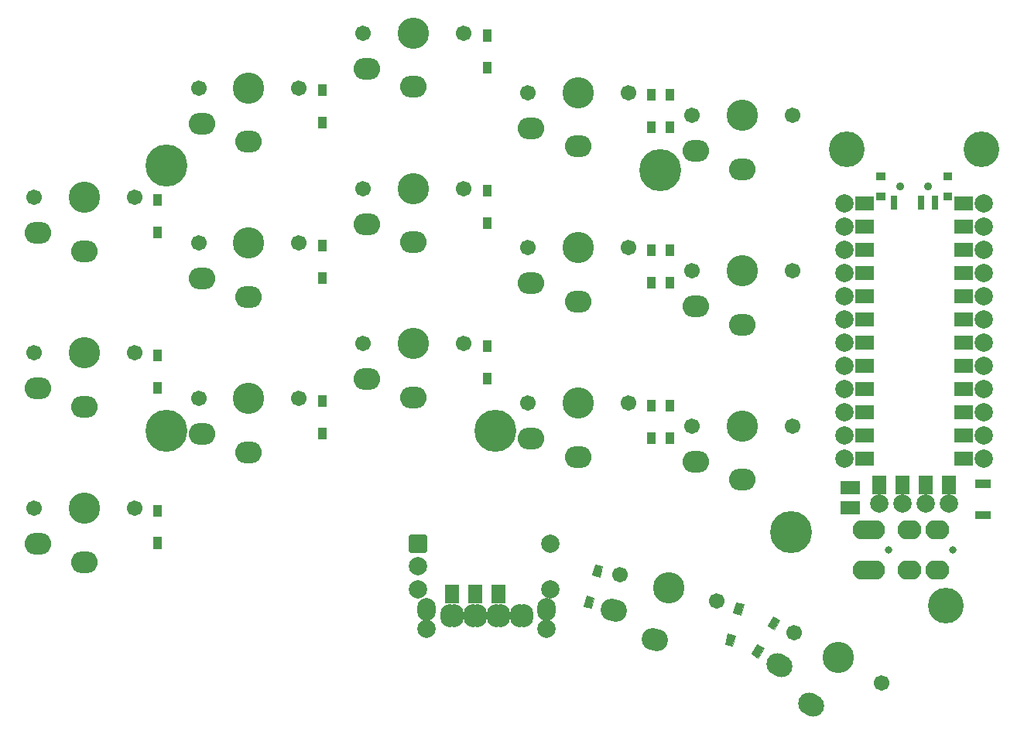
<source format=gbs>
G04 #@! TF.GenerationSoftware,KiCad,Pcbnew,7.0.2-0*
G04 #@! TF.CreationDate,2023-06-12T23:21:01+02:00*
G04 #@! TF.ProjectId,arkenswoop,61726b65-6e73-4776-9f6f-702e6b696361,0.5.0*
G04 #@! TF.SameCoordinates,Original*
G04 #@! TF.FileFunction,Soldermask,Bot*
G04 #@! TF.FilePolarity,Negative*
%FSLAX46Y46*%
G04 Gerber Fmt 4.6, Leading zero omitted, Abs format (unit mm)*
G04 Created by KiCad (PCBNEW 7.0.2-0) date 2023-06-12 23:21:01*
%MOMM*%
%LPD*%
G01*
G04 APERTURE LIST*
G04 Aperture macros list*
%AMRoundRect*
0 Rectangle with rounded corners*
0 $1 Rounding radius*
0 $2 $3 $4 $5 $6 $7 $8 $9 X,Y pos of 4 corners*
0 Add a 4 corners polygon primitive as box body*
4,1,4,$2,$3,$4,$5,$6,$7,$8,$9,$2,$3,0*
0 Add four circle primitives for the rounded corners*
1,1,$1+$1,$2,$3*
1,1,$1+$1,$4,$5*
1,1,$1+$1,$6,$7*
1,1,$1+$1,$8,$9*
0 Add four rect primitives between the rounded corners*
20,1,$1+$1,$2,$3,$4,$5,0*
20,1,$1+$1,$4,$5,$6,$7,0*
20,1,$1+$1,$6,$7,$8,$9,0*
20,1,$1+$1,$8,$9,$2,$3,0*%
%AMHorizOval*
0 Thick line with rounded ends*
0 $1 width*
0 $2 $3 position (X,Y) of the first rounded end (center of the circle)*
0 $4 $5 position (X,Y) of the second rounded end (center of the circle)*
0 Add line between two ends*
20,1,$1,$2,$3,$4,$5,0*
0 Add two circle primitives to create the rounded ends*
1,1,$1,$2,$3*
1,1,$1,$4,$5*%
%AMFreePoly0*
4,1,22,0.686777,0.580194,0.756366,0.524698,0.794986,0.444504,0.800000,0.400000,0.800000,0.200000,0.780194,0.113223,0.741421,0.058579,0.141421,-0.541421,0.066056,-0.588777,-0.022393,-0.598742,-0.106406,-0.569345,-0.141421,-0.541421,-0.741421,0.058579,-0.788777,0.133944,-0.800000,0.200000,-0.800000,0.400000,-0.780194,0.486777,-0.724698,0.556366,-0.644504,0.594986,-0.600000,0.600000,
0.600000,0.600000,0.686777,0.580194,0.686777,0.580194,$1*%
%AMFreePoly1*
4,1,26,0.706406,1.169345,0.769345,1.106406,0.798742,1.022393,0.800000,1.000000,0.800000,-0.250000,0.780194,-0.336777,0.724698,-0.406366,0.644504,-0.444986,0.600000,-0.450000,-0.600000,-0.450000,-0.686777,-0.430194,-0.756366,-0.374698,-0.794986,-0.294504,-0.800000,-0.250000,-0.800000,1.000000,-0.780194,1.086777,-0.724698,1.156366,-0.644504,1.194986,-0.555496,1.194986,-0.475302,1.156366,
-0.458579,1.141421,0.000000,0.682842,0.458579,1.141421,0.533944,1.188777,0.622393,1.198742,0.706406,1.169345,0.706406,1.169345,$1*%
G04 Aperture macros list end*
%ADD10C,0.100000*%
%ADD11C,4.600000*%
%ADD12C,1.701800*%
%ADD13C,3.429000*%
%ADD14O,2.900000X2.400000*%
%ADD15O,2.000000X2.500000*%
%ADD16FreePoly0,180.000000*%
%ADD17FreePoly1,180.000000*%
%ADD18C,2.000000*%
%ADD19HorizOval,2.400000X0.216506X-0.125000X-0.216506X0.125000X0*%
%ADD20C,0.900000*%
%ADD21RoundRect,0.200000X-0.800000X-0.800000X0.800000X-0.800000X0.800000X0.800000X-0.800000X0.800000X0*%
%ADD22C,3.900000*%
%ADD23FreePoly0,90.000000*%
%ADD24FreePoly0,270.000000*%
%ADD25FreePoly1,90.000000*%
%ADD26FreePoly1,270.000000*%
%ADD27C,0.800000*%
%ADD28O,2.600000X2.100000*%
%ADD29HorizOval,2.400000X0.241481X-0.064705X-0.241481X0.064705X0*%
G04 APERTURE END LIST*
D10*
X115654545Y-70064476D02*
X114804545Y-70064476D01*
X114804545Y-68864476D01*
X115654545Y-68864476D01*
X115654545Y-70064476D01*
G36*
X115654545Y-70064476D02*
G01*
X114804545Y-70064476D01*
X114804545Y-68864476D01*
X115654545Y-68864476D01*
X115654545Y-70064476D01*
G37*
X115654545Y-73614476D02*
X114804545Y-73614476D01*
X114804545Y-72414476D01*
X115654545Y-72414476D01*
X115654545Y-73614476D01*
G36*
X115654545Y-73614476D02*
G01*
X114804545Y-73614476D01*
X114804545Y-72414476D01*
X115654545Y-72414476D01*
X115654545Y-73614476D01*
G37*
X111933509Y-131354624D02*
X110917509Y-131354624D01*
X110917509Y-130338624D01*
X111933509Y-130338624D01*
X111933509Y-131354624D01*
G36*
X111933509Y-131354624D02*
G01*
X110917509Y-131354624D01*
X110917509Y-130338624D01*
X111933509Y-130338624D01*
X111933509Y-131354624D01*
G37*
X114473509Y-131354624D02*
X113457509Y-131354624D01*
X113457509Y-130338624D01*
X114473509Y-130338624D01*
X114473509Y-131354624D01*
G36*
X114473509Y-131354624D02*
G01*
X113457509Y-131354624D01*
X113457509Y-130338624D01*
X114473509Y-130338624D01*
X114473509Y-131354624D01*
G37*
X117013509Y-131354624D02*
X115997509Y-131354624D01*
X115997509Y-130338624D01*
X117013509Y-130338624D01*
X117013509Y-131354624D01*
G36*
X117013509Y-131354624D02*
G01*
X115997509Y-131354624D01*
X115997509Y-130338624D01*
X117013509Y-130338624D01*
X117013509Y-131354624D01*
G37*
X79654545Y-105064969D02*
X78804545Y-105064969D01*
X78804545Y-103864969D01*
X79654545Y-103864969D01*
X79654545Y-105064969D01*
G36*
X79654545Y-105064969D02*
G01*
X78804545Y-105064969D01*
X78804545Y-103864969D01*
X79654545Y-103864969D01*
X79654545Y-105064969D01*
G37*
X79654545Y-108614969D02*
X78804545Y-108614969D01*
X78804545Y-107414969D01*
X79654545Y-107414969D01*
X79654545Y-108614969D01*
G36*
X79654545Y-108614969D02*
G01*
X78804545Y-108614969D01*
X78804545Y-107414969D01*
X79654545Y-107414969D01*
X79654545Y-108614969D01*
G37*
X170284349Y-122342734D02*
X168684349Y-122342734D01*
X168684349Y-121542734D01*
X170284349Y-121542734D01*
X170284349Y-122342734D01*
G36*
X170284349Y-122342734D02*
G01*
X168684349Y-122342734D01*
X168684349Y-121542734D01*
X170284349Y-121542734D01*
X170284349Y-122342734D01*
G37*
X170284349Y-118942734D02*
X168684349Y-118942734D01*
X168684349Y-118142734D01*
X170284349Y-118142734D01*
X170284349Y-118942734D01*
G36*
X170284349Y-118942734D02*
G01*
X168684349Y-118942734D01*
X168684349Y-118142734D01*
X170284349Y-118142734D01*
X170284349Y-118942734D01*
G37*
X79654544Y-88064965D02*
X78804544Y-88064965D01*
X78804544Y-86864965D01*
X79654544Y-86864965D01*
X79654544Y-88064965D01*
G36*
X79654544Y-88064965D02*
G01*
X78804544Y-88064965D01*
X78804544Y-86864965D01*
X79654544Y-86864965D01*
X79654544Y-88064965D01*
G37*
X79654544Y-91614965D02*
X78804544Y-91614965D01*
X78804544Y-90414965D01*
X79654544Y-90414965D01*
X79654544Y-91614965D01*
G36*
X79654544Y-91614965D02*
G01*
X78804544Y-91614965D01*
X78804544Y-90414965D01*
X79654544Y-90414965D01*
X79654544Y-91614965D01*
G37*
X166094573Y-87440134D02*
X165194573Y-87440134D01*
X165194573Y-86740134D01*
X166094573Y-86740134D01*
X166094573Y-87440134D01*
G36*
X166094573Y-87440134D02*
G01*
X165194573Y-87440134D01*
X165194573Y-86740134D01*
X166094573Y-86740134D01*
X166094573Y-87440134D01*
G37*
X166094573Y-85240134D02*
X165194573Y-85240134D01*
X165194573Y-84540134D01*
X166094573Y-84540134D01*
X166094573Y-85240134D01*
G36*
X166094573Y-85240134D02*
G01*
X165194573Y-85240134D01*
X165194573Y-84540134D01*
X166094573Y-84540134D01*
X166094573Y-85240134D01*
G37*
X164544573Y-88440134D02*
X163944573Y-88440134D01*
X163944573Y-87040134D01*
X164544573Y-87040134D01*
X164544573Y-88440134D01*
G36*
X164544573Y-88440134D02*
G01*
X163944573Y-88440134D01*
X163944573Y-87040134D01*
X164544573Y-87040134D01*
X164544573Y-88440134D01*
G37*
X163044573Y-88440134D02*
X162444573Y-88440134D01*
X162444573Y-87040134D01*
X163044573Y-87040134D01*
X163044573Y-88440134D01*
G36*
X163044573Y-88440134D02*
G01*
X162444573Y-88440134D01*
X162444573Y-87040134D01*
X163044573Y-87040134D01*
X163044573Y-88440134D01*
G37*
X160044573Y-88440134D02*
X159444573Y-88440134D01*
X159444573Y-87040134D01*
X160044573Y-87040134D01*
X160044573Y-88440134D01*
G36*
X160044573Y-88440134D02*
G01*
X159444573Y-88440134D01*
X159444573Y-87040134D01*
X160044573Y-87040134D01*
X160044573Y-88440134D01*
G37*
X158794573Y-87440134D02*
X157894573Y-87440134D01*
X157894573Y-86740134D01*
X158794573Y-86740134D01*
X158794573Y-87440134D01*
G36*
X158794573Y-87440134D02*
G01*
X157894573Y-87440134D01*
X157894573Y-86740134D01*
X158794573Y-86740134D01*
X158794573Y-87440134D01*
G37*
X158794573Y-85240134D02*
X157894573Y-85240134D01*
X157894573Y-84540134D01*
X158794573Y-84540134D01*
X158794573Y-85240134D01*
G36*
X158794573Y-85240134D02*
G01*
X157894573Y-85240134D01*
X157894573Y-84540134D01*
X158794573Y-84540134D01*
X158794573Y-85240134D01*
G37*
X135654544Y-110564474D02*
X134804544Y-110564474D01*
X134804544Y-109364474D01*
X135654544Y-109364474D01*
X135654544Y-110564474D01*
G36*
X135654544Y-110564474D02*
G01*
X134804544Y-110564474D01*
X134804544Y-109364474D01*
X135654544Y-109364474D01*
X135654544Y-110564474D01*
G37*
X135654544Y-114114474D02*
X134804544Y-114114474D01*
X134804544Y-112914474D01*
X135654544Y-112914474D01*
X135654544Y-114114474D01*
G36*
X135654544Y-114114474D02*
G01*
X134804544Y-114114474D01*
X134804544Y-112914474D01*
X135654544Y-112914474D01*
X135654544Y-114114474D01*
G37*
X133653549Y-76564472D02*
X132803549Y-76564472D01*
X132803549Y-75364472D01*
X133653549Y-75364472D01*
X133653549Y-76564472D01*
G36*
X133653549Y-76564472D02*
G01*
X132803549Y-76564472D01*
X132803549Y-75364472D01*
X133653549Y-75364472D01*
X133653549Y-76564472D01*
G37*
X133653549Y-80114472D02*
X132803549Y-80114472D01*
X132803549Y-78914472D01*
X133653549Y-78914472D01*
X133653549Y-80114472D01*
G36*
X133653549Y-80114472D02*
G01*
X132803549Y-80114472D01*
X132803549Y-78914472D01*
X133653549Y-78914472D01*
X133653549Y-80114472D01*
G37*
X115654549Y-87064466D02*
X114804549Y-87064466D01*
X114804549Y-85864466D01*
X115654549Y-85864466D01*
X115654549Y-87064466D01*
G36*
X115654549Y-87064466D02*
G01*
X114804549Y-87064466D01*
X114804549Y-85864466D01*
X115654549Y-85864466D01*
X115654549Y-87064466D01*
G37*
X115654549Y-90614466D02*
X114804549Y-90614466D01*
X114804549Y-89414466D01*
X115654549Y-89414466D01*
X115654549Y-90614466D01*
G36*
X115654549Y-90614466D02*
G01*
X114804549Y-90614466D01*
X114804549Y-89414466D01*
X115654549Y-89414466D01*
X115654549Y-90614466D01*
G37*
X133653550Y-93564471D02*
X132803550Y-93564471D01*
X132803550Y-92364471D01*
X133653550Y-92364471D01*
X133653550Y-93564471D01*
G36*
X133653550Y-93564471D02*
G01*
X132803550Y-93564471D01*
X132803550Y-92364471D01*
X133653550Y-92364471D01*
X133653550Y-93564471D01*
G37*
X133653550Y-97114471D02*
X132803550Y-97114471D01*
X132803550Y-95914471D01*
X133653550Y-95914471D01*
X133653550Y-97114471D01*
G36*
X133653550Y-97114471D02*
G01*
X132803550Y-97114471D01*
X132803550Y-95914471D01*
X133653550Y-95914471D01*
X133653550Y-97114471D01*
G37*
X135654551Y-76564473D02*
X134804551Y-76564473D01*
X134804551Y-75364473D01*
X135654551Y-75364473D01*
X135654551Y-76564473D01*
G36*
X135654551Y-76564473D02*
G01*
X134804551Y-76564473D01*
X134804551Y-75364473D01*
X135654551Y-75364473D01*
X135654551Y-76564473D01*
G37*
X135654551Y-80114473D02*
X134804551Y-80114473D01*
X134804551Y-78914473D01*
X135654551Y-78914473D01*
X135654551Y-80114473D01*
G36*
X135654551Y-80114473D02*
G01*
X134804551Y-80114473D01*
X134804551Y-78914473D01*
X135654551Y-78914473D01*
X135654551Y-80114473D01*
G37*
X156914574Y-88391137D02*
X155898574Y-88391137D01*
X155898574Y-87375137D01*
X156914574Y-87375137D01*
X156914574Y-88391137D01*
G36*
X156914574Y-88391137D02*
G01*
X155898574Y-88391137D01*
X155898574Y-87375137D01*
X156914574Y-87375137D01*
X156914574Y-88391137D01*
G37*
X156914574Y-90931137D02*
X155898574Y-90931137D01*
X155898574Y-89915137D01*
X156914574Y-89915137D01*
X156914574Y-90931137D01*
G36*
X156914574Y-90931137D02*
G01*
X155898574Y-90931137D01*
X155898574Y-89915137D01*
X156914574Y-89915137D01*
X156914574Y-90931137D01*
G37*
X156914574Y-93471137D02*
X155898574Y-93471137D01*
X155898574Y-92455137D01*
X156914574Y-92455137D01*
X156914574Y-93471137D01*
G36*
X156914574Y-93471137D02*
G01*
X155898574Y-93471137D01*
X155898574Y-92455137D01*
X156914574Y-92455137D01*
X156914574Y-93471137D01*
G37*
X156914574Y-96011137D02*
X155898574Y-96011137D01*
X155898574Y-94995137D01*
X156914574Y-94995137D01*
X156914574Y-96011137D01*
G36*
X156914574Y-96011137D02*
G01*
X155898574Y-96011137D01*
X155898574Y-94995137D01*
X156914574Y-94995137D01*
X156914574Y-96011137D01*
G37*
X156914574Y-98551137D02*
X155898574Y-98551137D01*
X155898574Y-97535137D01*
X156914574Y-97535137D01*
X156914574Y-98551137D01*
G36*
X156914574Y-98551137D02*
G01*
X155898574Y-98551137D01*
X155898574Y-97535137D01*
X156914574Y-97535137D01*
X156914574Y-98551137D01*
G37*
X156914574Y-101091137D02*
X155898574Y-101091137D01*
X155898574Y-100075137D01*
X156914574Y-100075137D01*
X156914574Y-101091137D01*
G36*
X156914574Y-101091137D02*
G01*
X155898574Y-101091137D01*
X155898574Y-100075137D01*
X156914574Y-100075137D01*
X156914574Y-101091137D01*
G37*
X156914574Y-103631137D02*
X155898574Y-103631137D01*
X155898574Y-102615137D01*
X156914574Y-102615137D01*
X156914574Y-103631137D01*
G36*
X156914574Y-103631137D02*
G01*
X155898574Y-103631137D01*
X155898574Y-102615137D01*
X156914574Y-102615137D01*
X156914574Y-103631137D01*
G37*
X156914574Y-106171137D02*
X155898574Y-106171137D01*
X155898574Y-105155137D01*
X156914574Y-105155137D01*
X156914574Y-106171137D01*
G36*
X156914574Y-106171137D02*
G01*
X155898574Y-106171137D01*
X155898574Y-105155137D01*
X156914574Y-105155137D01*
X156914574Y-106171137D01*
G37*
X156914574Y-108711137D02*
X155898574Y-108711137D01*
X155898574Y-107695137D01*
X156914574Y-107695137D01*
X156914574Y-108711137D01*
G36*
X156914574Y-108711137D02*
G01*
X155898574Y-108711137D01*
X155898574Y-107695137D01*
X156914574Y-107695137D01*
X156914574Y-108711137D01*
G37*
X156914574Y-111251137D02*
X155898574Y-111251137D01*
X155898574Y-110235137D01*
X156914574Y-110235137D01*
X156914574Y-111251137D01*
G36*
X156914574Y-111251137D02*
G01*
X155898574Y-111251137D01*
X155898574Y-110235137D01*
X156914574Y-110235137D01*
X156914574Y-111251137D01*
G37*
X156914574Y-113791137D02*
X155898574Y-113791137D01*
X155898574Y-112775137D01*
X156914574Y-112775137D01*
X156914574Y-113791137D01*
G36*
X156914574Y-113791137D02*
G01*
X155898574Y-113791137D01*
X155898574Y-112775137D01*
X156914574Y-112775137D01*
X156914574Y-113791137D01*
G37*
X156914574Y-116331137D02*
X155898574Y-116331137D01*
X155898574Y-115315137D01*
X156914574Y-115315137D01*
X156914574Y-116331137D01*
G36*
X156914574Y-116331137D02*
G01*
X155898574Y-116331137D01*
X155898574Y-115315137D01*
X156914574Y-115315137D01*
X156914574Y-116331137D01*
G37*
X168090574Y-88391137D02*
X167074574Y-88391137D01*
X167074574Y-87375137D01*
X168090574Y-87375137D01*
X168090574Y-88391137D01*
G36*
X168090574Y-88391137D02*
G01*
X167074574Y-88391137D01*
X167074574Y-87375137D01*
X168090574Y-87375137D01*
X168090574Y-88391137D01*
G37*
X168090574Y-90931137D02*
X167074574Y-90931137D01*
X167074574Y-89915137D01*
X168090574Y-89915137D01*
X168090574Y-90931137D01*
G36*
X168090574Y-90931137D02*
G01*
X167074574Y-90931137D01*
X167074574Y-89915137D01*
X168090574Y-89915137D01*
X168090574Y-90931137D01*
G37*
X168090574Y-93471137D02*
X167074574Y-93471137D01*
X167074574Y-92455137D01*
X168090574Y-92455137D01*
X168090574Y-93471137D01*
G36*
X168090574Y-93471137D02*
G01*
X167074574Y-93471137D01*
X167074574Y-92455137D01*
X168090574Y-92455137D01*
X168090574Y-93471137D01*
G37*
X168090574Y-96011137D02*
X167074574Y-96011137D01*
X167074574Y-94995137D01*
X168090574Y-94995137D01*
X168090574Y-96011137D01*
G36*
X168090574Y-96011137D02*
G01*
X167074574Y-96011137D01*
X167074574Y-94995137D01*
X168090574Y-94995137D01*
X168090574Y-96011137D01*
G37*
X168090574Y-98551137D02*
X167074574Y-98551137D01*
X167074574Y-97535137D01*
X168090574Y-97535137D01*
X168090574Y-98551137D01*
G36*
X168090574Y-98551137D02*
G01*
X167074574Y-98551137D01*
X167074574Y-97535137D01*
X168090574Y-97535137D01*
X168090574Y-98551137D01*
G37*
X168090574Y-101091137D02*
X167074574Y-101091137D01*
X167074574Y-100075137D01*
X168090574Y-100075137D01*
X168090574Y-101091137D01*
G36*
X168090574Y-101091137D02*
G01*
X167074574Y-101091137D01*
X167074574Y-100075137D01*
X168090574Y-100075137D01*
X168090574Y-101091137D01*
G37*
X168090574Y-103631137D02*
X167074574Y-103631137D01*
X167074574Y-102615137D01*
X168090574Y-102615137D01*
X168090574Y-103631137D01*
G36*
X168090574Y-103631137D02*
G01*
X167074574Y-103631137D01*
X167074574Y-102615137D01*
X168090574Y-102615137D01*
X168090574Y-103631137D01*
G37*
X168090574Y-106171137D02*
X167074574Y-106171137D01*
X167074574Y-105155137D01*
X168090574Y-105155137D01*
X168090574Y-106171137D01*
G36*
X168090574Y-106171137D02*
G01*
X167074574Y-106171137D01*
X167074574Y-105155137D01*
X168090574Y-105155137D01*
X168090574Y-106171137D01*
G37*
X168090574Y-108711137D02*
X167074574Y-108711137D01*
X167074574Y-107695137D01*
X168090574Y-107695137D01*
X168090574Y-108711137D01*
G36*
X168090574Y-108711137D02*
G01*
X167074574Y-108711137D01*
X167074574Y-107695137D01*
X168090574Y-107695137D01*
X168090574Y-108711137D01*
G37*
X168090574Y-111251137D02*
X167074574Y-111251137D01*
X167074574Y-110235137D01*
X168090574Y-110235137D01*
X168090574Y-111251137D01*
G36*
X168090574Y-111251137D02*
G01*
X167074574Y-111251137D01*
X167074574Y-110235137D01*
X168090574Y-110235137D01*
X168090574Y-111251137D01*
G37*
X168090574Y-113791137D02*
X167074574Y-113791137D01*
X167074574Y-112775137D01*
X168090574Y-112775137D01*
X168090574Y-113791137D01*
G36*
X168090574Y-113791137D02*
G01*
X167074574Y-113791137D01*
X167074574Y-112775137D01*
X168090574Y-112775137D01*
X168090574Y-113791137D01*
G37*
X168090574Y-116331137D02*
X167074574Y-116331137D01*
X167074574Y-115315137D01*
X168090574Y-115315137D01*
X168090574Y-116331137D01*
G36*
X168090574Y-116331137D02*
G01*
X167074574Y-116331137D01*
X167074574Y-115315137D01*
X168090574Y-115315137D01*
X168090574Y-116331137D01*
G37*
X79654546Y-122064971D02*
X78804546Y-122064971D01*
X78804546Y-120864971D01*
X79654546Y-120864971D01*
X79654546Y-122064971D01*
G36*
X79654546Y-122064971D02*
G01*
X78804546Y-122064971D01*
X78804546Y-120864971D01*
X79654546Y-120864971D01*
X79654546Y-122064971D01*
G37*
X79654546Y-125614971D02*
X78804546Y-125614971D01*
X78804546Y-124414971D01*
X79654546Y-124414971D01*
X79654546Y-125614971D01*
G36*
X79654546Y-125614971D02*
G01*
X78804546Y-125614971D01*
X78804546Y-124414971D01*
X79654546Y-124414971D01*
X79654546Y-125614971D01*
G37*
X158692753Y-119338826D02*
X157676753Y-119338826D01*
X157676753Y-118322826D01*
X158692753Y-118322826D01*
X158692753Y-119338826D01*
G36*
X158692753Y-119338826D02*
G01*
X157676753Y-119338826D01*
X157676753Y-118322826D01*
X158692753Y-118322826D01*
X158692753Y-119338826D01*
G37*
X161232753Y-119338826D02*
X160216753Y-119338826D01*
X160216753Y-118322826D01*
X161232753Y-118322826D01*
X161232753Y-119338826D01*
G36*
X161232753Y-119338826D02*
G01*
X160216753Y-119338826D01*
X160216753Y-118322826D01*
X161232753Y-118322826D01*
X161232753Y-119338826D01*
G37*
X163772753Y-119338826D02*
X162756753Y-119338826D01*
X162756753Y-118322826D01*
X163772753Y-118322826D01*
X163772753Y-119338826D01*
G36*
X163772753Y-119338826D02*
G01*
X162756753Y-119338826D01*
X162756753Y-118322826D01*
X163772753Y-118322826D01*
X163772753Y-119338826D01*
G37*
X166312753Y-119338826D02*
X165296753Y-119338826D01*
X165296753Y-118322826D01*
X166312753Y-118322826D01*
X166312753Y-119338826D01*
G36*
X166312753Y-119338826D02*
G01*
X165296753Y-119338826D01*
X165296753Y-118322826D01*
X166312753Y-118322826D01*
X166312753Y-119338826D01*
G37*
X133653546Y-110564475D02*
X132803546Y-110564475D01*
X132803546Y-109364475D01*
X133653546Y-109364475D01*
X133653546Y-110564475D01*
G36*
X133653546Y-110564475D02*
G01*
X132803546Y-110564475D01*
X132803546Y-109364475D01*
X133653546Y-109364475D01*
X133653546Y-110564475D01*
G37*
X133653546Y-114114475D02*
X132803546Y-114114475D01*
X132803546Y-112914475D01*
X133653546Y-112914475D01*
X133653546Y-114114475D01*
G36*
X133653546Y-114114475D02*
G01*
X132803546Y-114114475D01*
X132803546Y-112914475D01*
X133653546Y-112914475D01*
X133653546Y-114114475D01*
G37*
X127908762Y-127616393D02*
X127598179Y-128775504D01*
X126777142Y-128555508D01*
X127087725Y-127396397D01*
X127908762Y-127616393D01*
G36*
X127908762Y-127616393D02*
G01*
X127598179Y-128775504D01*
X126777142Y-128555508D01*
X127087725Y-127396397D01*
X127908762Y-127616393D01*
G37*
X126989954Y-131045430D02*
X126679371Y-132204541D01*
X125858334Y-131984545D01*
X126168917Y-130825434D01*
X126989954Y-131045430D01*
G36*
X126989954Y-131045430D02*
G01*
X126679371Y-132204541D01*
X125858334Y-131984545D01*
X126168917Y-130825434D01*
X126989954Y-131045430D01*
G37*
X97654541Y-93064973D02*
X96804541Y-93064973D01*
X96804541Y-91864973D01*
X97654541Y-91864973D01*
X97654541Y-93064973D01*
G36*
X97654541Y-93064973D02*
G01*
X96804541Y-93064973D01*
X96804541Y-91864973D01*
X97654541Y-91864973D01*
X97654541Y-93064973D01*
G37*
X97654541Y-96614973D02*
X96804541Y-96614973D01*
X96804541Y-95414973D01*
X97654541Y-95414973D01*
X97654541Y-96614973D01*
G36*
X97654541Y-96614973D02*
G01*
X96804541Y-96614973D01*
X96804541Y-95414973D01*
X97654541Y-95414973D01*
X97654541Y-96614973D01*
G37*
X97654544Y-110064972D02*
X96804544Y-110064972D01*
X96804544Y-108864972D01*
X97654544Y-108864972D01*
X97654544Y-110064972D01*
G36*
X97654544Y-110064972D02*
G01*
X96804544Y-110064972D01*
X96804544Y-108864972D01*
X97654544Y-108864972D01*
X97654544Y-110064972D01*
G37*
X97654544Y-113614972D02*
X96804544Y-113614972D01*
X96804544Y-112414972D01*
X97654544Y-112414972D01*
X97654544Y-113614972D01*
G36*
X97654544Y-113614972D02*
G01*
X96804544Y-113614972D01*
X96804544Y-112414972D01*
X97654544Y-112414972D01*
X97654544Y-113614972D01*
G37*
X115654547Y-104064472D02*
X114804547Y-104064472D01*
X114804547Y-102864472D01*
X115654547Y-102864472D01*
X115654547Y-104064472D01*
G36*
X115654547Y-104064472D02*
G01*
X114804547Y-104064472D01*
X114804547Y-102864472D01*
X115654547Y-102864472D01*
X115654547Y-104064472D01*
G37*
X115654547Y-107614472D02*
X114804547Y-107614472D01*
X114804547Y-106414472D01*
X115654547Y-106414472D01*
X115654547Y-107614472D01*
G36*
X115654547Y-107614472D02*
G01*
X114804547Y-107614472D01*
X114804547Y-106414472D01*
X115654547Y-106414472D01*
X115654547Y-107614472D01*
G37*
X155961746Y-119641321D02*
X153961746Y-119641321D01*
X153961746Y-118241321D01*
X155961746Y-118241321D01*
X155961746Y-119641321D01*
G36*
X155961746Y-119641321D02*
G01*
X153961746Y-119641321D01*
X153961746Y-118241321D01*
X155961746Y-118241321D01*
X155961746Y-119641321D01*
G37*
X155961746Y-121841321D02*
X153961746Y-121841321D01*
X153961746Y-120441321D01*
X155961746Y-120441321D01*
X155961746Y-121841321D01*
G36*
X155961746Y-121841321D02*
G01*
X153961746Y-121841321D01*
X153961746Y-120441321D01*
X155961746Y-120441321D01*
X155961746Y-121841321D01*
G37*
X97654544Y-76064974D02*
X96804544Y-76064974D01*
X96804544Y-74864974D01*
X97654544Y-74864974D01*
X97654544Y-76064974D01*
G36*
X97654544Y-76064974D02*
G01*
X96804544Y-76064974D01*
X96804544Y-74864974D01*
X97654544Y-74864974D01*
X97654544Y-76064974D01*
G37*
X97654544Y-79614974D02*
X96804544Y-79614974D01*
X96804544Y-78414974D01*
X97654544Y-78414974D01*
X97654544Y-79614974D01*
G36*
X97654544Y-79614974D02*
G01*
X96804544Y-79614974D01*
X96804544Y-78414974D01*
X97654544Y-78414974D01*
X97654544Y-79614974D01*
G37*
X147312782Y-133513669D02*
X146712782Y-134552899D01*
X145976660Y-134127899D01*
X146576660Y-133088669D01*
X147312782Y-133513669D01*
G36*
X147312782Y-133513669D02*
G01*
X146712782Y-134552899D01*
X145976660Y-134127899D01*
X146576660Y-133088669D01*
X147312782Y-133513669D01*
G37*
X145537782Y-136588059D02*
X144937782Y-137627289D01*
X144201660Y-137202289D01*
X144801660Y-136163059D01*
X145537782Y-136588059D01*
G36*
X145537782Y-136588059D02*
G01*
X144937782Y-137627289D01*
X144201660Y-137202289D01*
X144801660Y-136163059D01*
X145537782Y-136588059D01*
G37*
X143363570Y-131757500D02*
X143052987Y-132916611D01*
X142231950Y-132696615D01*
X142542533Y-131537504D01*
X143363570Y-131757500D01*
G36*
X143363570Y-131757500D02*
G01*
X143052987Y-132916611D01*
X142231950Y-132696615D01*
X142542533Y-131537504D01*
X143363570Y-131757500D01*
G37*
X142444762Y-135186537D02*
X142134179Y-136345648D01*
X141313142Y-136125652D01*
X141623725Y-134966541D01*
X142444762Y-135186537D01*
G36*
X142444762Y-135186537D02*
G01*
X142134179Y-136345648D01*
X141313142Y-136125652D01*
X141623725Y-134966541D01*
X142444762Y-135186537D01*
G37*
X135654545Y-93564474D02*
X134804545Y-93564474D01*
X134804545Y-92364474D01*
X135654545Y-92364474D01*
X135654545Y-93564474D01*
G36*
X135654545Y-93564474D02*
G01*
X134804545Y-93564474D01*
X134804545Y-92364474D01*
X135654545Y-92364474D01*
X135654545Y-93564474D01*
G37*
X135654545Y-97114474D02*
X134804545Y-97114474D01*
X134804545Y-95914474D01*
X135654545Y-95914474D01*
X135654545Y-97114474D01*
G36*
X135654545Y-97114474D02*
G01*
X134804545Y-97114474D01*
X134804545Y-95914474D01*
X135654545Y-95914474D01*
X135654545Y-97114474D01*
G37*
D11*
X134228545Y-84239474D03*
D12*
X101729546Y-103239471D03*
D13*
X107229546Y-103239471D03*
D12*
X112729546Y-103239471D03*
D14*
X102129546Y-107139471D03*
X107229546Y-109139471D03*
D15*
X111163509Y-132975624D03*
D16*
X111425509Y-131100624D03*
D15*
X111687509Y-132975624D03*
X113703509Y-132975624D03*
D16*
X113965509Y-131100624D03*
D15*
X114227509Y-132975624D03*
X116243509Y-132975624D03*
D16*
X116505509Y-131100624D03*
D15*
X116767509Y-132975624D03*
X118783509Y-132975624D03*
X119307509Y-132975624D03*
D17*
X111425509Y-130084624D03*
X113965509Y-130084624D03*
X116505509Y-130084624D03*
D18*
X108687509Y-134450624D03*
X121783509Y-134450624D03*
D15*
X108687509Y-132350624D03*
X121783509Y-132350624D03*
D11*
X80229545Y-83739972D03*
D12*
X148903370Y-134868092D03*
D13*
X153666510Y-137618092D03*
D12*
X158429650Y-140368092D03*
D19*
X147299780Y-138445591D03*
X150716510Y-142727642D03*
D20*
X163494573Y-85990134D03*
X163494573Y-85990134D03*
X160494573Y-85990134D03*
X160494573Y-85990134D03*
D21*
X107735549Y-125100000D03*
D18*
X107735549Y-130100000D03*
X107735549Y-127600000D03*
X122235549Y-130100000D03*
X122235549Y-125100000D03*
D22*
X169385693Y-81989640D03*
D12*
X119728544Y-92739470D03*
D13*
X125228544Y-92739470D03*
D12*
X130728544Y-92739470D03*
D14*
X120128544Y-96639470D03*
X125228544Y-98639470D03*
D12*
X65729546Y-121239972D03*
D13*
X71229546Y-121239972D03*
D12*
X76729546Y-121239972D03*
D14*
X66129546Y-125139972D03*
X71229546Y-127139972D03*
D22*
X154604371Y-81990097D03*
D12*
X137729546Y-95239475D03*
D13*
X143229546Y-95239475D03*
D12*
X148729546Y-95239475D03*
D14*
X138129546Y-99139475D03*
X143229546Y-101139475D03*
D12*
X65729544Y-104239969D03*
D13*
X71229544Y-104239969D03*
D12*
X76729544Y-104239969D03*
D14*
X66129544Y-108139969D03*
X71229544Y-110139969D03*
D18*
X154374574Y-87883137D03*
X154374574Y-90423137D03*
X154374574Y-92963137D03*
X154374574Y-95503137D03*
X154374574Y-98043137D03*
X154374574Y-100583137D03*
X154374574Y-103123137D03*
X154374574Y-105663137D03*
X154374574Y-108203137D03*
X154374574Y-110743137D03*
X154374574Y-113283137D03*
X154374574Y-115823137D03*
D23*
X156152574Y-87883137D03*
X156152574Y-90423137D03*
X156152574Y-92963137D03*
X156152574Y-95503137D03*
X156152574Y-98043137D03*
X156152574Y-100583137D03*
X156152574Y-103123137D03*
X156152574Y-105663137D03*
X156152574Y-108203137D03*
X156152574Y-110743137D03*
X156152574Y-113283137D03*
X156152574Y-115823137D03*
D24*
X167836574Y-87883137D03*
X167836574Y-90423137D03*
X167836574Y-92963137D03*
X167836574Y-95503137D03*
X167836574Y-98043137D03*
X167836574Y-100583137D03*
X167836574Y-103123137D03*
X167836574Y-105663137D03*
X167836574Y-108203137D03*
X167836574Y-110743137D03*
X167836574Y-113283137D03*
X167836574Y-115823137D03*
D18*
X169614574Y-87883137D03*
X169614574Y-90423137D03*
X169614574Y-92963137D03*
X169614574Y-95503137D03*
X169614574Y-98043137D03*
X169614574Y-100583137D03*
X169614574Y-103123137D03*
X169614574Y-105663137D03*
X169614574Y-108203137D03*
X169614574Y-110743137D03*
X169614574Y-113283137D03*
X169614574Y-115823137D03*
D25*
X157168574Y-87883137D03*
X157168574Y-90423137D03*
X157168574Y-92963137D03*
X157168574Y-95503137D03*
X157168574Y-98043137D03*
X157168574Y-100583137D03*
X157168574Y-103123137D03*
X157168574Y-105663137D03*
X157168574Y-108203137D03*
X157168574Y-110743137D03*
X157168574Y-113283137D03*
X157168574Y-115823137D03*
D26*
X166820574Y-115823137D03*
X166820574Y-113283137D03*
X166820574Y-110743137D03*
X166820574Y-108203137D03*
X166820574Y-105663137D03*
X166820574Y-103123137D03*
X166820574Y-100583137D03*
X166820574Y-98043137D03*
X166820574Y-95503137D03*
X166820574Y-92963137D03*
X166820574Y-90423137D03*
X166820574Y-87883137D03*
D12*
X83729547Y-109239974D03*
D13*
X89229547Y-109239974D03*
D12*
X94729547Y-109239974D03*
D14*
X84129547Y-113139974D03*
X89229547Y-115139974D03*
D27*
X166209022Y-125814835D03*
X159209022Y-125814835D03*
D28*
X156609022Y-123614835D03*
X156609022Y-128014835D03*
X164509022Y-123614835D03*
X164509022Y-128014835D03*
X161509022Y-123614835D03*
X161509022Y-128014835D03*
X157509022Y-123614835D03*
X157509022Y-128014835D03*
D12*
X101729543Y-69239473D03*
D13*
X107229543Y-69239473D03*
D12*
X112729543Y-69239473D03*
D14*
X102129543Y-73139473D03*
X107229543Y-75139473D03*
D12*
X137729546Y-78239472D03*
D13*
X143229546Y-78239472D03*
D12*
X148729546Y-78239472D03*
D14*
X138129546Y-82139472D03*
X143229546Y-84139472D03*
D22*
X165490722Y-131887874D03*
D16*
X158184753Y-119084826D03*
D18*
X158184753Y-120742826D03*
D16*
X160724753Y-119084826D03*
D18*
X160724753Y-120742826D03*
D16*
X163264753Y-119084826D03*
D18*
X163264753Y-120742826D03*
D16*
X165804753Y-119084826D03*
D18*
X165804753Y-120742826D03*
D17*
X158184753Y-118068826D03*
X160724753Y-118068826D03*
X163264753Y-118068826D03*
X165804753Y-118068826D03*
D12*
X65729542Y-87239972D03*
D13*
X71229542Y-87239972D03*
D12*
X76729542Y-87239972D03*
D14*
X66129542Y-91139972D03*
X71229542Y-93139972D03*
D12*
X119728544Y-109739471D03*
D13*
X125228544Y-109739471D03*
D12*
X130728544Y-109739471D03*
D14*
X120128544Y-113639471D03*
X125228544Y-115639471D03*
D12*
X83729547Y-92239968D03*
D13*
X89229547Y-92239968D03*
D12*
X94729547Y-92239968D03*
D14*
X84129547Y-96139968D03*
X89229547Y-98139968D03*
D12*
X119728547Y-75739475D03*
D13*
X125228547Y-75739475D03*
D12*
X130728547Y-75739475D03*
D14*
X120128547Y-79639475D03*
X125228547Y-81639475D03*
D11*
X80229546Y-112739970D03*
D12*
X129815995Y-128515667D03*
D13*
X135128587Y-129939172D03*
D12*
X140441179Y-131362677D03*
D29*
X129192971Y-132386306D03*
X133601555Y-135638134D03*
D14*
X107229546Y-92139470D03*
X102129546Y-90139470D03*
D12*
X112729546Y-86239470D03*
D13*
X107229546Y-86239470D03*
D12*
X101729546Y-86239470D03*
D11*
X116229546Y-112739469D03*
X148510701Y-123849903D03*
D12*
X137729549Y-112239469D03*
D13*
X143229549Y-112239469D03*
D12*
X148729549Y-112239469D03*
D14*
X138129549Y-116139469D03*
X143229549Y-118139469D03*
D12*
X83729545Y-75239973D03*
D13*
X89229545Y-75239973D03*
D12*
X94729545Y-75239973D03*
D14*
X84129545Y-79139973D03*
X89229545Y-81139973D03*
M02*

</source>
